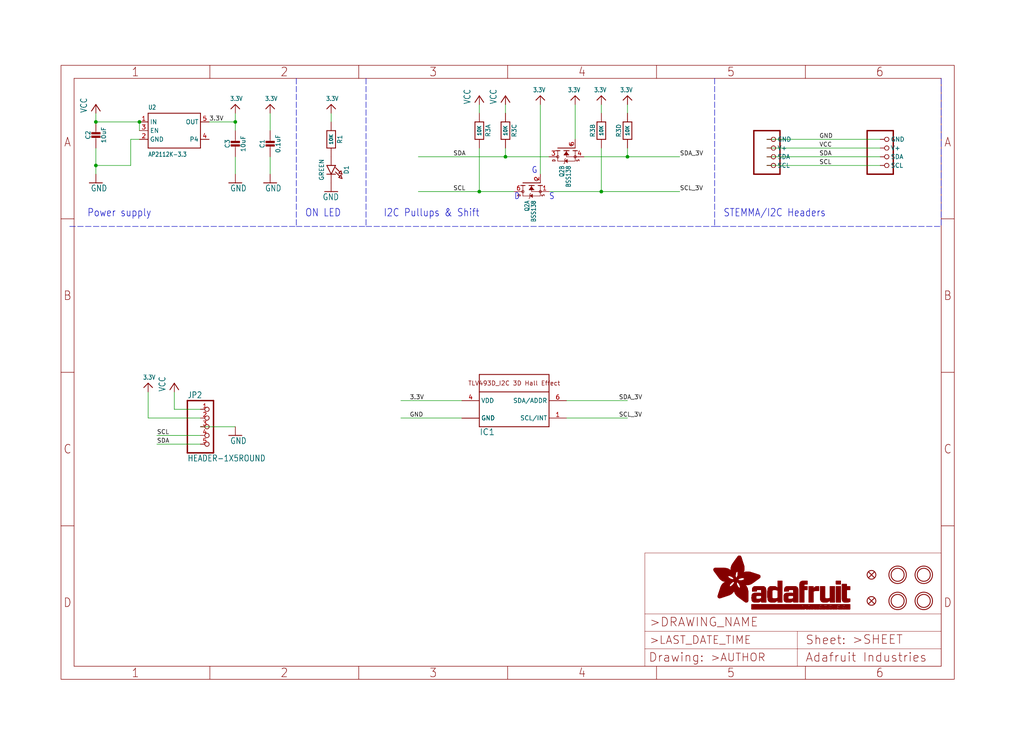
<source format=kicad_sch>
(kicad_sch (version 20211123) (generator eeschema)
  (paper "User" 298.45 217.881)
  (lib_symbols
    (symbol "eagleSchem-eagle-import:3.3V" (power)
      (property "Value" "3.3V" (at -1.524 1.016 0))
      (symbol "3.3V_1_0"
        (pin power_in line (at 0 -2.54 90) (length 2.54) (name "3.3V") (number "1"))
      )
    )
    (symbol "eagleSchem-eagle-import:CAP_CERAMIC0603_NO"
      (property "Reference" "C" (at -2.29 1.25 90))
      (property "Value" "CAP_CERAMIC0603_NO" (at 2.3 1.25 90))
      (symbol "CAP_CERAMIC0603_NO_1_0"
        (pin passive line (at 0 5.08 270) (length 2.54) (name "1") (number "1"))
        (pin passive line (at 0 -2.54 90) (length 2.54) (name "2") (number "2"))
      )
    )
    (symbol "eagleSchem-eagle-import:CAP_CERAMIC0805-NOOUTLINE"
      (property "Reference" "C" (at -2.29 1.25 90))
      (property "Value" "CAP_CERAMIC0805-NOOUTLINE" (at 2.3 1.25 90))
      (symbol "CAP_CERAMIC0805-NOOUTLINE_1_0"
        (pin passive line (at 0 5.08 270) (length 2.54) (name "1") (number "1"))
        (pin passive line (at 0 -2.54 90) (length 2.54) (name "2") (number "2"))
      )
    )
    (symbol "eagleSchem-eagle-import:FIDUCIAL_1MM")
    (symbol "eagleSchem-eagle-import:FRAME_A4_ADAFRUIT"
      (symbol "FRAME_A4_ADAFRUIT_1_0"
        (text "1" (at 21.6958 1.905 0) (effects (font (size 2.54 2.286))))
        (text "1" (at 21.6958 177.165 0) (effects (font (size 2.54 2.286))))
        (text "2" (at 65.0875 1.905 0) (effects (font (size 2.54 2.286))))
        (text "2" (at 65.0875 177.165 0) (effects (font (size 2.54 2.286))))
        (text "3" (at 108.4792 1.905 0) (effects (font (size 2.54 2.286))))
        (text "3" (at 108.4792 177.165 0) (effects (font (size 2.54 2.286))))
        (text "4" (at 151.8708 1.905 0) (effects (font (size 2.54 2.286))))
        (text "4" (at 151.8708 177.165 0) (effects (font (size 2.54 2.286))))
        (text "5" (at 195.2625 1.905 0) (effects (font (size 2.54 2.286))))
        (text "5" (at 195.2625 177.165 0) (effects (font (size 2.54 2.286))))
        (text "6" (at 238.6542 1.905 0) (effects (font (size 2.54 2.286))))
        (text "6" (at 238.6542 177.165 0) (effects (font (size 2.54 2.286))))
        (text ">AUTHOR" (at 189.23 5.08 0) (effects (font (size 2.286 2.286)) (justify left bottom)))
        (text ">DRAWING_NAME" (at 171.45 15.24 0) (effects (font (size 2.54 2.54)) (justify left bottom)))
        (text ">LAST_DATE_TIME" (at 171.45 10.16 0) (effects (font (size 2.286 2.286)) (justify left bottom)))
        (text ">SHEET" (at 230.505 10.16 0) (effects (font (size 2.54 2.54)) (justify left bottom)))
        (text "A" (at 1.905 156.6863 0) (effects (font (size 2.54 2.286))))
        (text "A" (at 258.445 156.6863 0) (effects (font (size 2.54 2.286))))
        (text "Adafruit Industries" (at 216.916 4.953 0) (effects (font (size 2.54 2.54)) (justify left bottom)))
        (text "B" (at 1.905 111.9188 0) (effects (font (size 2.54 2.286))))
        (text "B" (at 258.445 111.9188 0) (effects (font (size 2.54 2.286))))
        (text "C" (at 1.905 67.1513 0) (effects (font (size 2.54 2.286))))
        (text "C" (at 258.445 67.1513 0) (effects (font (size 2.54 2.286))))
        (text "D" (at 1.905 22.3838 0) (effects (font (size 2.54 2.286))))
        (text "D" (at 258.445 22.3838 0) (effects (font (size 2.54 2.286))))
        (text "Drawing:" (at 171.196 4.953 0) (effects (font (size 2.54 2.54)) (justify left bottom)))
        (text "Sheet:" (at 216.916 10.033 0) (effects (font (size 2.54 2.54)) (justify left bottom)))
      )
    )
    (symbol "eagleSchem-eagle-import:GND" (power)
      (property "Value" "GND" (at -2.54 -2.54 0))
      (symbol "GND_1_0"
        (pin power_in line (at 0 2.54 270) (length 2.54) (name "GND") (number "1"))
      )
    )
    (symbol "eagleSchem-eagle-import:HEADER-1X5ROUND"
      (property "Reference" "JP" (at -6.35 8.255 0))
      (property "Value" "HEADER-1X5ROUND" (at -6.35 -10.16 0))
      (symbol "HEADER-1X5ROUND_1_0"
        (pin passive inverted (at -2.54 5.08 0) (length 2.54) (name "1") (number "1"))
        (pin passive inverted (at -2.54 2.54 0) (length 2.54) (name "2") (number "2"))
        (pin passive inverted (at -2.54 0 0) (length 2.54) (name "3") (number "3"))
        (pin passive inverted (at -2.54 -2.54 0) (length 2.54) (name "4") (number "4"))
        (pin passive inverted (at -2.54 -5.08 0) (length 2.54) (name "5") (number "5"))
      )
    )
    (symbol "eagleSchem-eagle-import:LED0603_NOOUTLINE"
      (property "Reference" "D" (at -1.27 4.445 0))
      (property "Value" "LED0603_NOOUTLINE" (at -1.27 -2.794 0))
      (symbol "LED0603_NOOUTLINE_1_0"
        (pin passive line (at -5.08 0 0) (length 2.54) (name "A") (number "A"))
        (pin passive line (at 2.54 0 180) (length 2.54) (name "C") (number "C"))
      )
    )
    (symbol "eagleSchem-eagle-import:MOSFET-N_DUAL"
      (property "Reference" "Q" (at 5.08 0.635 0))
      (property "Value" "MOSFET-N_DUAL" (at 5.08 -1.27 0))
      (symbol "MOSFET-N_DUAL_1_0"
        (text "D" (at 3.175 3.175 0) (effects (font (size 0.8128 0.6908)) (justify left bottom)))
        (text "G" (at -1.27 -1.905 0) (effects (font (size 0.8128 0.6908)) (justify left bottom)))
        (text "S" (at 3.175 -3.81 0) (effects (font (size 0.8128 0.6908)) (justify left bottom)))
        (pin bidirectional line (at 2.54 -5.08 90) (length 2.54) (name "S") (number "1"))
        (pin bidirectional line (at -2.54 -2.54 0) (length 2.54) (name "G") (number "2"))
        (pin bidirectional line (at 2.54 5.08 270) (length 2.54) (name "D") (number "6"))
      )
      (symbol "MOSFET-N_DUAL_2_0"
        (text "D" (at 3.175 3.175 0) (effects (font (size 0.8128 0.6908)) (justify left bottom)))
        (text "G" (at -1.27 -1.905 0) (effects (font (size 0.8128 0.6908)) (justify left bottom)))
        (text "S" (at 3.175 -3.81 0) (effects (font (size 0.8128 0.6908)) (justify left bottom)))
        (pin bidirectional line (at 2.54 5.08 270) (length 2.54) (name "D") (number "3"))
        (pin bidirectional line (at 2.54 -5.08 90) (length 2.54) (name "S") (number "4"))
        (pin bidirectional line (at -2.54 -2.54 0) (length 2.54) (name "G") (number "5"))
      )
    )
    (symbol "eagleSchem-eagle-import:MOUNTINGHOLE2.5")
    (symbol "eagleSchem-eagle-import:RESISTOR_0603_NOOUT"
      (property "Reference" "R" (at 0 2.54 0))
      (property "Value" "RESISTOR_0603_NOOUT" (at 0 0 0))
      (symbol "RESISTOR_0603_NOOUT_1_0"
        (pin passive line (at -5.08 0 0) (length 2.54) (name "1") (number "1"))
        (pin passive line (at 5.08 0 180) (length 2.54) (name "2") (number "2"))
      )
    )
    (symbol "eagleSchem-eagle-import:RESISTOR_4PACK"
      (property "Reference" "R" (at 0 2.54 0))
      (property "Value" "RESISTOR_4PACK" (at 0 0 0))
      (symbol "RESISTOR_4PACK_1_0"
        (pin passive line (at -5.08 0 0) (length 2.54) (name "1") (number "1"))
        (pin passive line (at 5.08 0 180) (length 2.54) (name "2") (number "8"))
      )
      (symbol "RESISTOR_4PACK_2_0"
        (pin passive line (at -5.08 0 0) (length 2.54) (name "1") (number "2"))
        (pin passive line (at 5.08 0 180) (length 2.54) (name "2") (number "7"))
      )
      (symbol "RESISTOR_4PACK_3_0"
        (pin passive line (at -5.08 0 0) (length 2.54) (name "1") (number "3"))
        (pin passive line (at 5.08 0 180) (length 2.54) (name "2") (number "6"))
      )
      (symbol "RESISTOR_4PACK_4_0"
        (pin passive line (at -5.08 0 0) (length 2.54) (name "1") (number "4"))
        (pin passive line (at 5.08 0 180) (length 2.54) (name "2") (number "5"))
      )
    )
    (symbol "eagleSchem-eagle-import:STEMMA_I2C_QT"
      (symbol "STEMMA_I2C_QT_1_0"
        (pin passive inverted (at 0 5.08 0) (length 2.54) (name "GND") (number "1"))
        (pin passive inverted (at 0 2.54 0) (length 2.54) (name "V+") (number "2"))
        (pin passive inverted (at 0 0 0) (length 2.54) (name "SDA") (number "3"))
        (pin passive inverted (at 0 -2.54 0) (length 2.54) (name "SCL") (number "4"))
      )
      (symbol "STEMMA_I2C_QT_2_0"
        (pin bidirectional line (at 0 0 0) (length 5.08) (name "MT") (number "MT1"))
      )
      (symbol "STEMMA_I2C_QT_3_0"
        (pin bidirectional line (at 0 0 0) (length 5.08) (name "MT") (number "MT2"))
      )
    )
    (symbol "eagleSchem-eagle-import:TLV493D"
      (property "Reference" "IC" (at -10.16 -7.62 0))
      (symbol "TLV493D_1_0"
        (text "TLV493D_I2C 3D Hall Effect" (at 0 7.62 0) (effects (font (size 1.27 1.27))))
        (pin bidirectional line (at 15.24 -2.54 180) (length 5.08) (name "SCL/INT") (number "1"))
        (pin power_in line (at -15.24 -2.54 0) (length 5.08) (name "GND") (number "2"))
        (pin power_in line (at -15.24 -2.54 0) (length 5.08) (name "GND") (number "3"))
        (pin power_in line (at -15.24 2.54 0) (length 5.08) (name "VDD") (number "4"))
        (pin power_in line (at -15.24 -2.54 0) (length 5.08) (name "GND") (number "5"))
        (pin bidirectional line (at 15.24 2.54 180) (length 5.08) (name "SDA/ADDR") (number "6"))
      )
    )
    (symbol "eagleSchem-eagle-import:VCC" (power)
      (property "Value" "VCC" (at -2.54 -2.54 90))
      (symbol "VCC_1_0"
        (pin power_in line (at 0 -2.54 90) (length 2.54) (name "VCC") (number "1"))
      )
    )
    (symbol "eagleSchem-eagle-import:VREG_SOT23-5"
      (property "Reference" "U" (at -7.62 6.096 0))
      (property "Value" "VREG_SOT23-5" (at -7.62 -7.62 0))
      (symbol "VREG_SOT23-5_1_0"
        (pin power_in line (at -10.16 2.54 0) (length 2.54) (name "IN") (number "1"))
        (pin power_in line (at -10.16 -2.54 0) (length 2.54) (name "GND") (number "2"))
        (pin input line (at -10.16 0 0) (length 2.54) (name "EN") (number "3"))
        (pin bidirectional line (at 10.16 -2.54 180) (length 2.54) (name "P4") (number "4"))
        (pin power_in line (at 10.16 2.54 180) (length 2.54) (name "OUT") (number "5"))
      )
    )
  )
  (junction (at 27.94 48.26))
  (junction (at 27.94 35.56))
  (junction (at 139.7 55.88))
  (junction (at 40.64 35.56))
  (junction (at 68.58 35.56))
  (junction (at 175.26 55.88))
  (junction (at 147.32 45.72))
  (junction (at 182.88 45.72))
  (wire (pts (xy 134.62 121.92) (xy 116.84 121.92)))
  (wire (pts (xy 223.52 43.18) (xy 256.54 43.18)))
  (wire (pts (xy 38.1 48.26) (xy 27.94 48.26)))
  (wire (pts (xy 167.64 40.64) (xy 167.64 30.48)))
  (wire (pts (xy 139.7 30.48) (xy 139.7 33.02)))
  (wire (pts (xy 58.42 121.92) (xy 43.18 121.92)))
  (wire (pts (xy 182.88 45.72) (xy 198.12 45.72)))
  (wire (pts (xy 38.1 40.64) (xy 38.1 48.26)))
  (wire (pts (xy 40.64 40.64) (xy 38.1 40.64)))
  (wire (pts (xy 160.02 55.88) (xy 175.26 55.88)))
  (wire (pts (xy 182.88 43.18) (xy 182.88 45.72)))
  (wire (pts (xy 175.26 43.18) (xy 175.26 55.88)))
  (wire (pts (xy 68.58 45.72) (xy 68.58 50.8)))
  (polyline (pts (xy 274.32 22.86) (xy 274.32 66.04)))
  (wire (pts (xy 58.42 127) (xy 45.72 127)))
  (wire (pts (xy 27.94 33.02) (xy 27.94 35.56)))
  (wire (pts (xy 78.74 33.02) (xy 78.74 38.1)))
  (polyline (pts (xy 106.68 22.86) (xy 106.68 66.04)))
  (wire (pts (xy 157.48 50.8) (xy 157.48 30.48)))
  (wire (pts (xy 96.52 33.02) (xy 96.52 35.56)))
  (wire (pts (xy 223.52 48.26) (xy 256.54 48.26)))
  (wire (pts (xy 134.62 116.84) (xy 116.84 116.84)))
  (wire (pts (xy 78.74 45.72) (xy 78.74 50.8)))
  (polyline (pts (xy 20.32 66.04) (xy 86.36 66.04)))
  (wire (pts (xy 50.8 119.38) (xy 50.8 114.3)))
  (wire (pts (xy 170.18 45.72) (xy 182.88 45.72)))
  (wire (pts (xy 27.94 48.26) (xy 27.94 43.18)))
  (polyline (pts (xy 86.36 66.04) (xy 106.68 66.04)))
  (wire (pts (xy 147.32 33.02) (xy 147.32 30.48)))
  (wire (pts (xy 165.1 116.84) (xy 182.88 116.84)))
  (wire (pts (xy 182.88 33.02) (xy 182.88 30.48)))
  (wire (pts (xy 58.42 119.38) (xy 50.8 119.38)))
  (wire (pts (xy 139.7 43.18) (xy 139.7 55.88)))
  (wire (pts (xy 68.58 35.56) (xy 68.58 38.1)))
  (wire (pts (xy 256.54 40.64) (xy 223.52 40.64)))
  (wire (pts (xy 175.26 33.02) (xy 175.26 30.48)))
  (polyline (pts (xy 208.28 22.86) (xy 208.28 66.04)))
  (wire (pts (xy 149.86 55.88) (xy 139.7 55.88)))
  (wire (pts (xy 60.96 35.56) (xy 68.58 35.56)))
  (wire (pts (xy 43.18 121.92) (xy 43.18 114.3)))
  (wire (pts (xy 256.54 45.72) (xy 223.52 45.72)))
  (wire (pts (xy 160.02 45.72) (xy 147.32 45.72)))
  (wire (pts (xy 68.58 35.56) (xy 68.58 33.02)))
  (polyline (pts (xy 106.68 66.04) (xy 208.28 66.04)))
  (wire (pts (xy 40.64 38.1) (xy 40.64 35.56)))
  (wire (pts (xy 58.42 124.46) (xy 68.58 124.46)))
  (wire (pts (xy 27.94 48.26) (xy 27.94 50.8)))
  (polyline (pts (xy 86.36 22.86) (xy 86.36 66.04)))
  (wire (pts (xy 139.7 55.88) (xy 121.92 55.88)))
  (wire (pts (xy 58.42 129.54) (xy 45.72 129.54)))
  (wire (pts (xy 175.26 55.88) (xy 198.12 55.88)))
  (wire (pts (xy 147.32 43.18) (xy 147.32 45.72)))
  (wire (pts (xy 40.64 35.56) (xy 27.94 35.56)))
  (wire (pts (xy 165.1 121.92) (xy 182.88 121.92)))
  (polyline (pts (xy 208.28 66.04) (xy 274.32 66.04)))
  (wire (pts (xy 147.32 45.72) (xy 121.92 45.72)))
  (text "Power supply" (at 25.4 63.5 180) (effects (font (size 2.1844 1.8567)) (justify left bottom)))
  (text "ON LED" (at 88.9 63.5 180) (effects (font (size 2.1844 1.8567)) (justify left bottom)))
  (text "D" (at 149.86 58.42 180) (effects (font (size 1.778 1.5113)) (justify left bottom)))
  (text "S" (at 160.02 58.42 180) (effects (font (size 1.778 1.5113)) (justify left bottom)))
  (text "G" (at 154.94 50.8 180) (effects (font (size 1.778 1.5113)) (justify left bottom)))
  (text "I2C Pullups & Shift" (at 111.76 63.5 180) (effects (font (size 2.1844 1.8567)) (justify left bottom)))
  (text "STEMMA/I2C Headers" (at 210.82 63.5 180) (effects (font (size 2.1844 1.8567)) (justify left bottom)))
  (label "SDA_3V" (at 180.34 116.84 0) (effects (font (size 1.2446 1.2446))))
  (label "SDA" (at 45.72 129.54 0) (effects (font (size 1.2446 1.2446))))
  (label "SDA_3V" (at 198.12 45.72 0) (effects (font (size 1.2446 1.2446))))
  (label "SDA" (at 132.08 45.72 0) (effects (font (size 1.2446 1.2446))))
  (label "SCL" (at 238.76 48.26 0) (effects (font (size 1.2446 1.2446))))
  (label "3.3V" (at 60.96 35.56 0) (effects (font (size 1.2446 1.2446))))
  (label "GND" (at 119.38 121.92 0) (effects (font (size 1.2446 1.2446))))
  (label "SDA" (at 238.76 45.72 0) (effects (font (size 1.2446 1.2446))))
  (label "GND" (at 238.76 40.64 0) (effects (font (size 1.2446 1.2446))))
  (label "SCL" (at 132.08 55.88 0) (effects (font (size 1.2446 1.2446))))
  (label "VCC" (at 238.76 43.18 0) (effects (font (size 1.2446 1.2446))))
  (label "SCL" (at 45.72 127 0) (effects (font (size 1.2446 1.2446))))
  (label "SCL_3V" (at 198.12 55.88 0) (effects (font (size 1.2446 1.2446))))
  (label "SCL_3V" (at 180.34 121.92 0) (effects (font (size 1.2446 1.2446))))
  (label "3.3V" (at 119.38 116.84 0) (effects (font (size 1.2446 1.2446))))
  (symbol (lib_id "eagleSchem-eagle-import:3.3V") (at 43.18 111.76 0) (unit 1)
    (property "Reference" "#U$16" (effects hide))
    (property "Value" "3.3V" (at 41.656 110.744 0) (effects (font (size 1.27 1.0795)) (justify left bottom)))
    (property "Footprint" "eagleSchem:" (effects hide))
  )
  (symbol (lib_id "eagleSchem-eagle-import:FIDUCIAL_1MM") (at 254 167.64 0) (unit 1)
    (property "Reference" "FID4" (effects hide))
    (property "Value" "FIDUCIAL_1MM" (effects hide))
    (property "Footprint" "eagleSchem:FIDUCIAL_1MM" (effects hide))
  )
  (symbol (lib_id "eagleSchem-eagle-import:MOUNTINGHOLE2.5") (at 269.24 175.26 0) (unit 1)
    (property "Reference" "U$21" (effects hide))
    (property "Value" "MOUNTINGHOLE2.5" (effects hide))
    (property "Footprint" "eagleSchem:MOUNTINGHOLE_2.5_PLATED" (effects hide))
  )
  (symbol (lib_id "eagleSchem-eagle-import:HEADER-1X5ROUND") (at 60.96 124.46 0) (unit 1)
    (property "Reference" "JP2" (at 54.61 116.205 0) (effects (font (size 1.778 1.5113)) (justify left bottom)))
    (property "Value" "HEADER-1X5ROUND" (at 54.61 134.62 0) (effects (font (size 1.778 1.5113)) (justify left bottom)))
    (property "Footprint" "eagleSchem:1X05_ROUND" (effects hide))
  )
  (symbol (lib_id "eagleSchem-eagle-import:3.3V") (at 175.26 27.94 0) (mirror y) (unit 1)
    (property "Reference" "#U$24" (effects hide))
    (property "Value" "3.3V" (at 176.784 26.924 0) (effects (font (size 1.27 1.0795)) (justify left bottom)))
    (property "Footprint" "eagleSchem:" (effects hide))
  )
  (symbol (lib_id "eagleSchem-eagle-import:MOUNTINGHOLE2.5") (at 261.62 167.64 0) (unit 1)
    (property "Reference" "U$17" (effects hide))
    (property "Value" "MOUNTINGHOLE2.5" (effects hide))
    (property "Footprint" "eagleSchem:MOUNTINGHOLE_2.5_PLATED" (effects hide))
  )
  (symbol (lib_id "eagleSchem-eagle-import:VCC") (at 27.94 30.48 0) (unit 1)
    (property "Reference" "#P+3" (effects hide))
    (property "Value" "VCC" (at 25.4 33.02 90) (effects (font (size 1.778 1.5113)) (justify left bottom)))
    (property "Footprint" "eagleSchem:" (effects hide))
  )
  (symbol (lib_id "eagleSchem-eagle-import:GND") (at 96.52 55.88 0) (unit 1)
    (property "Reference" "#GND6" (effects hide))
    (property "Value" "GND" (at 93.98 58.42 0) (effects (font (size 1.778 1.5113)) (justify left bottom)))
    (property "Footprint" "eagleSchem:" (effects hide))
  )
  (symbol (lib_id "eagleSchem-eagle-import:3.3V") (at 182.88 27.94 0) (mirror y) (unit 1)
    (property "Reference" "#U$7" (effects hide))
    (property "Value" "3.3V" (at 184.404 26.924 0) (effects (font (size 1.27 1.0795)) (justify left bottom)))
    (property "Footprint" "eagleSchem:" (effects hide))
  )
  (symbol (lib_id "eagleSchem-eagle-import:RESISTOR_0603_NOOUT") (at 96.52 40.64 270) (unit 1)
    (property "Reference" "R1" (at 99.06 40.64 0))
    (property "Value" "10K" (at 96.52 40.64 0) (effects (font (size 1.016 1.016) bold)))
    (property "Footprint" "eagleSchem:0603-NO" (effects hide))
  )
  (symbol (lib_id "eagleSchem-eagle-import:3.3V") (at 167.64 27.94 0) (mirror y) (unit 1)
    (property "Reference" "#U$23" (effects hide))
    (property "Value" "3.3V" (at 169.164 26.924 0) (effects (font (size 1.27 1.0795)) (justify left bottom)))
    (property "Footprint" "eagleSchem:" (effects hide))
  )
  (symbol (lib_id "eagleSchem-eagle-import:3.3V") (at 157.48 27.94 0) (mirror y) (unit 1)
    (property "Reference" "#U$26" (effects hide))
    (property "Value" "3.3V" (at 159.004 26.924 0) (effects (font (size 1.27 1.0795)) (justify left bottom)))
    (property "Footprint" "eagleSchem:" (effects hide))
  )
  (symbol (lib_id "eagleSchem-eagle-import:LED0603_NOOUTLINE") (at 96.52 50.8 270) (unit 1)
    (property "Reference" "D1" (at 100.965 49.53 0))
    (property "Value" "GREEN" (at 93.726 49.53 0))
    (property "Footprint" "eagleSchem:CHIPLED_0603_NOOUTLINE" (effects hide))
  )
  (symbol (lib_id "eagleSchem-eagle-import:STEMMA_I2C_QT") (at 223.52 45.72 0) (unit 1)
    (property "Reference" "CONN3" (effects hide))
    (property "Value" "STEMMA_I2C_QT" (effects hide))
    (property "Footprint" "eagleSchem:JST_SH4" (effects hide))
  )
  (symbol (lib_id "eagleSchem-eagle-import:MOUNTINGHOLE2.5") (at 269.24 167.64 0) (unit 1)
    (property "Reference" "U$19" (effects hide))
    (property "Value" "MOUNTINGHOLE2.5" (effects hide))
    (property "Footprint" "eagleSchem:MOUNTINGHOLE_2.5_PLATED" (effects hide))
  )
  (symbol (lib_id "eagleSchem-eagle-import:RESISTOR_4PACK") (at 175.26 38.1 90) (mirror x) (unit 2)
    (property "Reference" "R3" (at 172.72 38.1 0))
    (property "Value" "10K" (at 175.26 38.1 0) (effects (font (size 1.016 1.016) bold)))
    (property "Footprint" "eagleSchem:RESPACK_4X0603" (effects hide))
  )
  (symbol (lib_id "eagleSchem-eagle-import:CAP_CERAMIC0805-NOOUTLINE") (at 68.58 43.18 0) (unit 1)
    (property "Reference" "C3" (at 66.29 41.93 90))
    (property "Value" "10uF" (at 70.88 41.93 90))
    (property "Footprint" "eagleSchem:0805-NO" (effects hide))
  )
  (symbol (lib_id "eagleSchem-eagle-import:VCC") (at 50.8 111.76 0) (unit 1)
    (property "Reference" "#P+4" (effects hide))
    (property "Value" "VCC" (at 48.26 114.3 90) (effects (font (size 1.778 1.5113)) (justify left bottom)))
    (property "Footprint" "eagleSchem:" (effects hide))
  )
  (symbol (lib_id "eagleSchem-eagle-import:MOUNTINGHOLE2.5") (at 261.62 175.26 0) (unit 1)
    (property "Reference" "U$1" (effects hide))
    (property "Value" "MOUNTINGHOLE2.5" (effects hide))
    (property "Footprint" "eagleSchem:MOUNTINGHOLE_2.5_PLATED" (effects hide))
  )
  (symbol (lib_id "eagleSchem-eagle-import:FIDUCIAL_1MM") (at 254 175.26 0) (unit 1)
    (property "Reference" "FID3" (effects hide))
    (property "Value" "FIDUCIAL_1MM" (effects hide))
    (property "Footprint" "eagleSchem:FIDUCIAL_1MM" (effects hide))
  )
  (symbol (lib_id "eagleSchem-eagle-import:RESISTOR_4PACK") (at 147.32 38.1 270) (unit 3)
    (property "Reference" "R3" (at 149.86 38.1 0))
    (property "Value" "10K" (at 147.32 38.1 0) (effects (font (size 1.016 1.016) bold)))
    (property "Footprint" "eagleSchem:RESPACK_4X0603" (effects hide))
  )
  (symbol (lib_id "eagleSchem-eagle-import:MOSFET-N_DUAL") (at 165.1 43.18 90) (mirror x) (unit 2)
    (property "Reference" "Q2" (at 164.465 48.26 0) (effects (font (size 1.27 1.0795)) (justify left bottom)))
    (property "Value" "BSS138" (at 166.37 48.26 0) (effects (font (size 1.27 1.0795)) (justify left bottom)))
    (property "Footprint" "eagleSchem:SOT363" (effects hide))
  )
  (symbol (lib_id "eagleSchem-eagle-import:RESISTOR_4PACK") (at 139.7 38.1 270) (unit 1)
    (property "Reference" "R3" (at 142.24 38.1 0))
    (property "Value" "10K" (at 139.7 38.1 0) (effects (font (size 1.016 1.016) bold)))
    (property "Footprint" "eagleSchem:RESPACK_4X0603" (effects hide))
  )
  (symbol (lib_id "eagleSchem-eagle-import:FRAME_A4_ADAFRUIT") (at 17.78 198.12 0) (unit 1)
    (property "Reference" "#U$18" (effects hide))
    (property "Value" "FRAME_A4_ADAFRUIT" (effects hide))
    (property "Footprint" "eagleSchem:" (effects hide))
  )
  (symbol (lib_id "eagleSchem-eagle-import:CAP_CERAMIC0805-NOOUTLINE") (at 27.94 40.64 0) (unit 1)
    (property "Reference" "C2" (at 25.65 39.39 90))
    (property "Value" "10uF" (at 30.24 39.39 90))
    (property "Footprint" "eagleSchem:0805-NO" (effects hide))
  )
  (symbol (lib_id "eagleSchem-eagle-import:CAP_CERAMIC0603_NO") (at 78.74 43.18 0) (unit 1)
    (property "Reference" "C1" (at 76.45 41.93 90))
    (property "Value" "0.1uF" (at 81.04 41.93 90))
    (property "Footprint" "eagleSchem:0603-NO" (effects hide))
  )
  (symbol (lib_id "eagleSchem-eagle-import:VCC") (at 139.7 27.94 0) (unit 1)
    (property "Reference" "#P+1" (effects hide))
    (property "Value" "VCC" (at 137.16 30.48 90) (effects (font (size 1.778 1.5113)) (justify left bottom)))
    (property "Footprint" "eagleSchem:" (effects hide))
  )
  (symbol (lib_id "eagleSchem-eagle-import:3.3V") (at 96.52 30.48 0) (unit 1)
    (property "Reference" "#U$3" (effects hide))
    (property "Value" "3.3V" (at 94.996 29.464 0) (effects (font (size 1.27 1.0795)) (justify left bottom)))
    (property "Footprint" "eagleSchem:" (effects hide))
  )
  (symbol (lib_id "eagleSchem-eagle-import:3.3V") (at 68.58 30.48 0) (unit 1)
    (property "Reference" "#U$15" (effects hide))
    (property "Value" "3.3V" (at 67.056 29.464 0) (effects (font (size 1.27 1.0795)) (justify left bottom)))
    (property "Footprint" "eagleSchem:" (effects hide))
  )
  (symbol (lib_id "eagleSchem-eagle-import:GND") (at 68.58 53.34 0) (unit 1)
    (property "Reference" "#U$5" (effects hide))
    (property "Value" "GND" (at 67.056 55.88 0) (effects (font (size 1.778 1.5113)) (justify left bottom)))
    (property "Footprint" "eagleSchem:" (effects hide))
  )
  (symbol (lib_id "eagleSchem-eagle-import:MOSFET-N_DUAL") (at 154.94 53.34 90) (mirror x) (unit 1)
    (property "Reference" "Q2" (at 154.305 58.42 0) (effects (font (size 1.27 1.0795)) (justify left bottom)))
    (property "Value" "BSS138" (at 156.21 58.42 0) (effects (font (size 1.27 1.0795)) (justify left bottom)))
    (property "Footprint" "eagleSchem:SOT363" (effects hide))
  )
  (symbol (lib_id "eagleSchem-eagle-import:RESISTOR_4PACK") (at 182.88 38.1 90) (mirror x) (unit 4)
    (property "Reference" "R3" (at 180.34 38.1 0))
    (property "Value" "10K" (at 182.88 38.1 0) (effects (font (size 1.016 1.016) bold)))
    (property "Footprint" "eagleSchem:RESPACK_4X0603" (effects hide))
  )
  (symbol (lib_id "eagleSchem-eagle-import:VREG_SOT23-5") (at 50.8 38.1 0) (unit 1)
    (property "Reference" "U2" (at 43.18 32.004 0) (effects (font (size 1.27 1.0795)) (justify left bottom)))
    (property "Value" "AP2112K-3.3" (at 43.18 45.72 0) (effects (font (size 1.27 1.0795)) (justify left bottom)))
    (property "Footprint" "eagleSchem:SOT23-5" (effects hide))
  )
  (symbol (lib_id "eagleSchem-eagle-import:GND") (at 27.94 53.34 0) (unit 1)
    (property "Reference" "#U$13" (effects hide))
    (property "Value" "GND" (at 26.416 55.88 0) (effects (font (size 1.778 1.5113)) (justify left bottom)))
    (property "Footprint" "eagleSchem:" (effects hide))
  )
  (symbol (lib_id "eagleSchem-eagle-import:GND") (at 78.74 53.34 0) (unit 1)
    (property "Reference" "#U$6" (effects hide))
    (property "Value" "GND" (at 77.216 55.88 0) (effects (font (size 1.778 1.5113)) (justify left bottom)))
    (property "Footprint" "eagleSchem:" (effects hide))
  )
  (symbol (lib_id "eagleSchem-eagle-import:TLV493D") (at 149.86 119.38 0) (unit 1)
    (property "Reference" "IC1" (at 139.7 127 0) (effects (font (size 1.778 1.778)) (justify left bottom)))
    (property "Value" "TLV493D" (effects hide))
    (property "Footprint" "eagleSchem:SOT23-6" (effects hide))
  )
  (symbol (lib_id "eagleSchem-eagle-import:STEMMA_I2C_QT") (at 256.54 45.72 0) (unit 1)
    (property "Reference" "CONN4" (effects hide))
    (property "Value" "STEMMA_I2C_QT" (effects hide))
    (property "Footprint" "eagleSchem:JST_SH4" (effects hide))
  )
  (symbol (lib_id "eagleSchem-eagle-import:3.3V") (at 78.74 30.48 0) (unit 1)
    (property "Reference" "#U$14" (effects hide))
    (property "Value" "3.3V" (at 77.216 29.464 0) (effects (font (size 1.27 1.0795)) (justify left bottom)))
    (property "Footprint" "eagleSchem:" (effects hide))
  )
  (symbol (lib_id "eagleSchem-eagle-import:GND") (at 68.58 127 0) (unit 1)
    (property "Reference" "#U$10" (effects hide))
    (property "Value" "GND" (at 67.056 129.54 0) (effects (font (size 1.778 1.5113)) (justify left bottom)))
    (property "Footprint" "eagleSchem:" (effects hide))
  )
  (symbol (lib_id "eagleSchem-eagle-import:VCC") (at 147.32 27.94 0) (unit 1)
    (property "Reference" "#P+2" (effects hide))
    (property "Value" "VCC" (at 144.78 30.48 90) (effects (font (size 1.778 1.5113)) (justify left bottom)))
    (property "Footprint" "eagleSchem:" (effects hide))
  )
)
</source>
